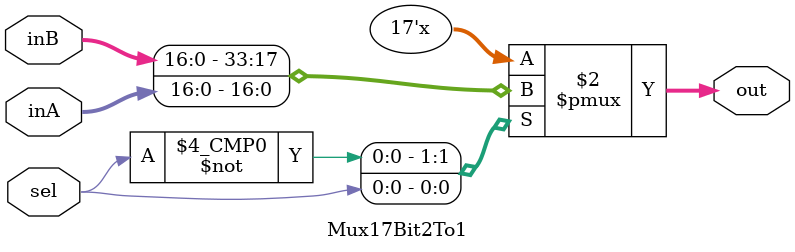
<source format=v>
`timescale 1ns / 1ps

module Mux17Bit2To1(out, inA, inB, sel);

    output reg [16:0] out;
    
    input[16:0] inA;
    input[16:0] inB;
    input sel;

    always @(*) begin
        case(sel)
            1'b0: out <= inB;
            1'b1: out <= inA;
        endcase
    end

endmodule
</source>
